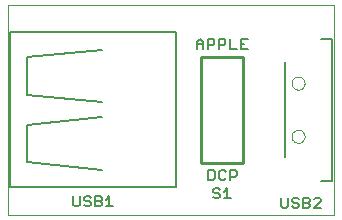
<source format=gto>
G75*
G70*
%OFA0B0*%
%FSLAX24Y24*%
%IPPOS*%
%LPD*%
%AMOC8*
5,1,8,0,0,1.08239X$1,22.5*
%
%ADD10C,0.0000*%
%ADD11C,0.0060*%
%ADD12C,0.0050*%
%ADD13C,0.0080*%
%ADD14C,0.0100*%
D10*
X001030Y000655D02*
X001030Y007655D01*
X011905Y007655D01*
X011905Y000655D01*
X001030Y000655D01*
X010477Y003269D02*
X010479Y003298D01*
X010485Y003326D01*
X010494Y003354D01*
X010507Y003380D01*
X010524Y003403D01*
X010543Y003425D01*
X010565Y003444D01*
X010590Y003459D01*
X010616Y003472D01*
X010644Y003480D01*
X010672Y003485D01*
X010701Y003486D01*
X010730Y003483D01*
X010758Y003476D01*
X010785Y003466D01*
X010811Y003452D01*
X010834Y003435D01*
X010855Y003415D01*
X010873Y003392D01*
X010888Y003367D01*
X010899Y003340D01*
X010907Y003312D01*
X010911Y003283D01*
X010911Y003255D01*
X010907Y003226D01*
X010899Y003198D01*
X010888Y003171D01*
X010873Y003146D01*
X010855Y003123D01*
X010834Y003103D01*
X010811Y003086D01*
X010785Y003072D01*
X010758Y003062D01*
X010730Y003055D01*
X010701Y003052D01*
X010672Y003053D01*
X010644Y003058D01*
X010616Y003066D01*
X010590Y003079D01*
X010565Y003094D01*
X010543Y003113D01*
X010524Y003135D01*
X010507Y003158D01*
X010494Y003184D01*
X010485Y003212D01*
X010479Y003240D01*
X010477Y003269D01*
X010477Y005041D02*
X010479Y005070D01*
X010485Y005098D01*
X010494Y005126D01*
X010507Y005152D01*
X010524Y005175D01*
X010543Y005197D01*
X010565Y005216D01*
X010590Y005231D01*
X010616Y005244D01*
X010644Y005252D01*
X010672Y005257D01*
X010701Y005258D01*
X010730Y005255D01*
X010758Y005248D01*
X010785Y005238D01*
X010811Y005224D01*
X010834Y005207D01*
X010855Y005187D01*
X010873Y005164D01*
X010888Y005139D01*
X010899Y005112D01*
X010907Y005084D01*
X010911Y005055D01*
X010911Y005027D01*
X010907Y004998D01*
X010899Y004970D01*
X010888Y004943D01*
X010873Y004918D01*
X010855Y004895D01*
X010834Y004875D01*
X010811Y004858D01*
X010785Y004844D01*
X010758Y004834D01*
X010730Y004827D01*
X010701Y004824D01*
X010672Y004825D01*
X010644Y004830D01*
X010616Y004838D01*
X010590Y004851D01*
X010565Y004866D01*
X010543Y004885D01*
X010524Y004907D01*
X010507Y004930D01*
X010494Y004956D01*
X010485Y004984D01*
X010479Y005012D01*
X010477Y005041D01*
D11*
X009010Y006185D02*
X008783Y006185D01*
X008783Y006525D01*
X009010Y006525D01*
X008897Y006355D02*
X008783Y006355D01*
X008642Y006185D02*
X008415Y006185D01*
X008415Y006525D01*
X008274Y006469D02*
X008274Y006355D01*
X008217Y006299D01*
X008047Y006299D01*
X008047Y006185D02*
X008047Y006525D01*
X008217Y006525D01*
X008274Y006469D01*
X007905Y006469D02*
X007905Y006355D01*
X007849Y006299D01*
X007678Y006299D01*
X007678Y006185D02*
X007678Y006525D01*
X007849Y006525D01*
X007905Y006469D01*
X007537Y006412D02*
X007537Y006185D01*
X007310Y006185D02*
X007310Y006412D01*
X007424Y006525D01*
X007537Y006412D01*
X007537Y006355D02*
X007310Y006355D01*
X007685Y002150D02*
X007855Y002150D01*
X007912Y002094D01*
X007912Y001867D01*
X007855Y001810D01*
X007685Y001810D01*
X007685Y002150D01*
X008053Y002094D02*
X008053Y001867D01*
X008110Y001810D01*
X008224Y001810D01*
X008280Y001867D01*
X008422Y001924D02*
X008592Y001924D01*
X008649Y001980D01*
X008649Y002094D01*
X008592Y002150D01*
X008422Y002150D01*
X008422Y001810D01*
X008333Y001540D02*
X008333Y001200D01*
X008220Y001200D02*
X008447Y001200D01*
X008078Y001257D02*
X008022Y001200D01*
X007908Y001200D01*
X007851Y001257D01*
X007908Y001370D02*
X008022Y001370D01*
X008078Y001313D01*
X008078Y001257D01*
X007908Y001370D02*
X007851Y001427D01*
X007851Y001483D01*
X007908Y001540D01*
X008022Y001540D01*
X008078Y001483D01*
X008220Y001427D02*
X008333Y001540D01*
X008280Y002094D02*
X008224Y002150D01*
X008110Y002150D01*
X008053Y002094D01*
X010122Y001222D02*
X010122Y000939D01*
X010179Y000882D01*
X010292Y000882D01*
X010349Y000939D01*
X010349Y001222D01*
X010490Y001166D02*
X010490Y001109D01*
X010547Y001052D01*
X010661Y001052D01*
X010717Y000995D01*
X010717Y000939D01*
X010661Y000882D01*
X010547Y000882D01*
X010490Y000939D01*
X010859Y000882D02*
X011029Y000882D01*
X011086Y000939D01*
X011086Y000995D01*
X011029Y001052D01*
X010859Y001052D01*
X011029Y001052D02*
X011086Y001109D01*
X011086Y001166D01*
X011029Y001222D01*
X010859Y001222D01*
X010859Y000882D01*
X011227Y000882D02*
X011454Y001109D01*
X011454Y001166D01*
X011397Y001222D01*
X011284Y001222D01*
X011227Y001166D01*
X010717Y001166D02*
X010661Y001222D01*
X010547Y001222D01*
X010490Y001166D01*
X011227Y000882D02*
X011454Y000882D01*
X004517Y000935D02*
X004290Y000935D01*
X004403Y000935D02*
X004403Y001275D01*
X004290Y001162D01*
X004149Y001162D02*
X004149Y001219D01*
X004092Y001275D01*
X003922Y001275D01*
X003922Y000935D01*
X004092Y000935D01*
X004149Y000992D01*
X004149Y001049D01*
X004092Y001105D01*
X003922Y001105D01*
X003780Y001049D02*
X003780Y000992D01*
X003724Y000935D01*
X003610Y000935D01*
X003553Y000992D01*
X003412Y000992D02*
X003412Y001275D01*
X003553Y001219D02*
X003553Y001162D01*
X003610Y001105D01*
X003724Y001105D01*
X003780Y001049D01*
X004092Y001105D02*
X004149Y001162D01*
X003780Y001219D02*
X003724Y001275D01*
X003610Y001275D01*
X003553Y001219D01*
X003185Y001275D02*
X003185Y000992D01*
X003242Y000935D01*
X003355Y000935D01*
X003412Y000992D01*
D12*
X001105Y001570D02*
X006610Y001570D01*
X006615Y001595D02*
X006615Y006715D01*
X006610Y006740D02*
X001105Y006740D01*
X001105Y006705D02*
X001105Y001605D01*
X001655Y002405D02*
X001655Y003655D01*
X004155Y003905D01*
X004155Y004405D02*
X001655Y004655D01*
X001655Y005905D01*
X004155Y006155D01*
X004155Y002155D02*
X001655Y002405D01*
D13*
X010261Y002580D02*
X010261Y005730D01*
X011443Y006517D02*
X011836Y006517D01*
X011836Y001793D01*
X011443Y001793D01*
D14*
X008844Y002383D02*
X007466Y002383D01*
X007466Y005927D01*
X008844Y005927D01*
X008844Y002383D01*
M02*

</source>
